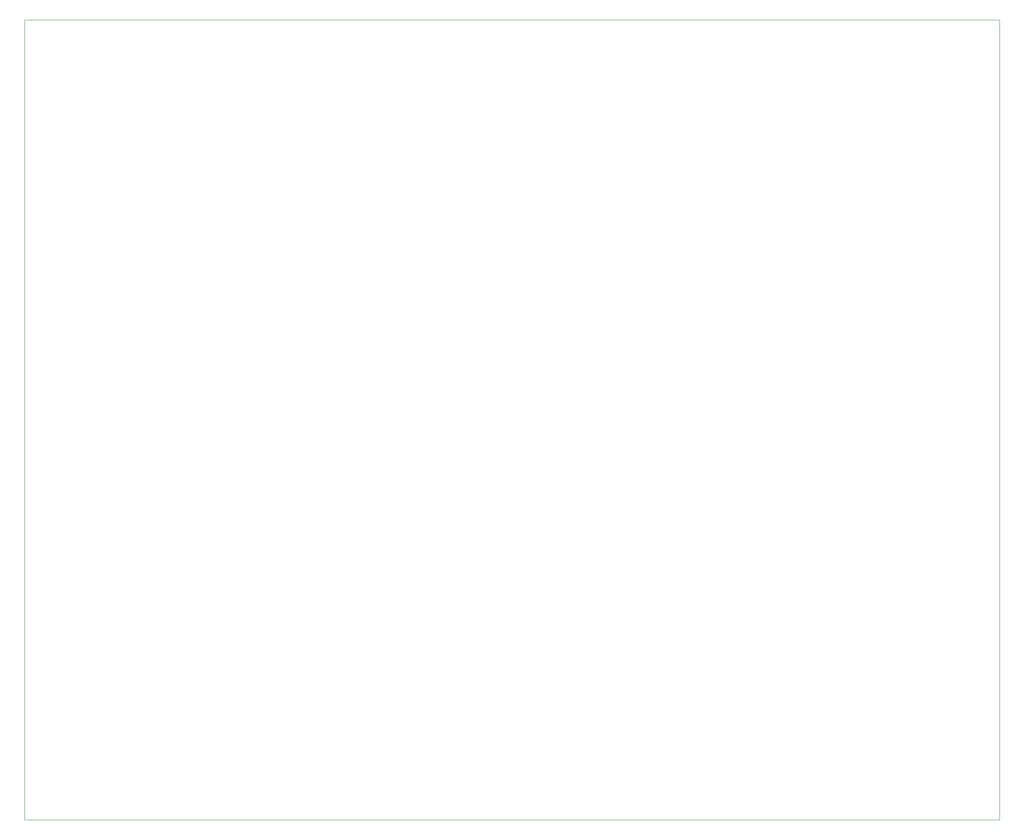
<source format=gbr>
%TF.GenerationSoftware,KiCad,Pcbnew,(5.1.4)-1*%
%TF.CreationDate,2021-06-18T22:58:37+05:30*%
%TF.ProjectId,board,626f6172-642e-46b6-9963-61645f706362,rev?*%
%TF.SameCoordinates,Original*%
%TF.FileFunction,Profile,NP*%
%FSLAX46Y46*%
G04 Gerber Fmt 4.6, Leading zero omitted, Abs format (unit mm)*
G04 Created by KiCad (PCBNEW (5.1.4)-1) date 2021-06-18 22:58:37*
%MOMM*%
%LPD*%
G04 APERTURE LIST*
%ADD10C,0.100000*%
G04 APERTURE END LIST*
D10*
X255000000Y-210000000D02*
X60000000Y-210000000D01*
X60000000Y-50000000D02*
X60000000Y-210000000D01*
X255000000Y-50000000D02*
X255000000Y-210000000D01*
X235000000Y-50000000D02*
X255000000Y-50000000D01*
X220000000Y-50000000D02*
X235000000Y-50000000D01*
X60000000Y-50000000D02*
X220000000Y-50000000D01*
M02*

</source>
